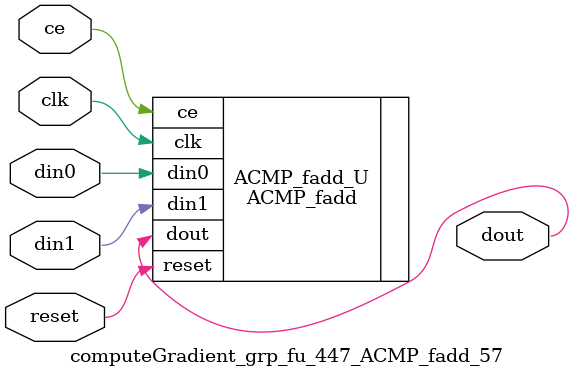
<source format=v>

`timescale 1 ns / 1 ps
module computeGradient_grp_fu_447_ACMP_fadd_57(
    clk,
    reset,
    ce,
    din0,
    din1,
    dout);

parameter ID = 32'd1;
parameter NUM_STAGE = 32'd1;
parameter din0_WIDTH = 32'd1;
parameter din1_WIDTH = 32'd1;
parameter dout_WIDTH = 32'd1;
input clk;
input reset;
input ce;
input[din0_WIDTH - 1:0] din0;
input[din1_WIDTH - 1:0] din1;
output[dout_WIDTH - 1:0] dout;



ACMP_fadd #(
.ID( ID ),
.NUM_STAGE( 4 ),
.din0_WIDTH( din0_WIDTH ),
.din1_WIDTH( din1_WIDTH ),
.dout_WIDTH( dout_WIDTH ))
ACMP_fadd_U(
    .clk( clk ),
    .reset( reset ),
    .ce( ce ),
    .din0( din0 ),
    .din1( din1 ),
    .dout( dout ));

endmodule

</source>
